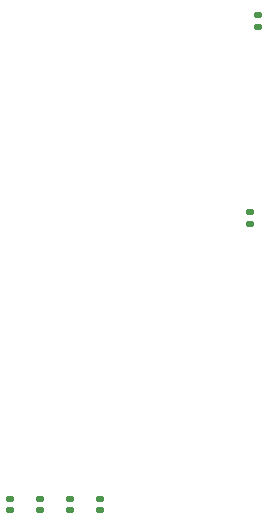
<source format=gbr>
%TF.GenerationSoftware,KiCad,Pcbnew,9.0.4*%
%TF.CreationDate,2025-08-21T19:51:14+03:00*%
%TF.ProjectId,homepost,686f6d65-706f-4737-942e-6b696361645f,rev?*%
%TF.SameCoordinates,Original*%
%TF.FileFunction,Paste,Top*%
%TF.FilePolarity,Positive*%
%FSLAX46Y46*%
G04 Gerber Fmt 4.6, Leading zero omitted, Abs format (unit mm)*
G04 Created by KiCad (PCBNEW 9.0.4) date 2025-08-21 19:51:14*
%MOMM*%
%LPD*%
G01*
G04 APERTURE LIST*
G04 Aperture macros list*
%AMRoundRect*
0 Rectangle with rounded corners*
0 $1 Rounding radius*
0 $2 $3 $4 $5 $6 $7 $8 $9 X,Y pos of 4 corners*
0 Add a 4 corners polygon primitive as box body*
4,1,4,$2,$3,$4,$5,$6,$7,$8,$9,$2,$3,0*
0 Add four circle primitives for the rounded corners*
1,1,$1+$1,$2,$3*
1,1,$1+$1,$4,$5*
1,1,$1+$1,$6,$7*
1,1,$1+$1,$8,$9*
0 Add four rect primitives between the rounded corners*
20,1,$1+$1,$2,$3,$4,$5,0*
20,1,$1+$1,$4,$5,$6,$7,0*
20,1,$1+$1,$6,$7,$8,$9,0*
20,1,$1+$1,$8,$9,$2,$3,0*%
G04 Aperture macros list end*
%ADD10RoundRect,0.140000X-0.170000X0.140000X-0.170000X-0.140000X0.170000X-0.140000X0.170000X0.140000X0*%
%ADD11RoundRect,0.135000X-0.185000X0.135000X-0.185000X-0.135000X0.185000X-0.135000X0.185000X0.135000X0*%
%ADD12RoundRect,0.135000X0.185000X-0.135000X0.185000X0.135000X-0.185000X0.135000X-0.185000X-0.135000X0*%
G04 APERTURE END LIST*
D10*
%TO.C,C4*%
X108585000Y-126040000D03*
X108585000Y-127000000D03*
%TD*%
%TO.C,C1*%
X116205000Y-126040000D03*
X116205000Y-127000000D03*
%TD*%
D11*
%TO.C,R4*%
X129540000Y-85090000D03*
X129540000Y-86110000D03*
%TD*%
D12*
%TO.C,R3*%
X128905000Y-102745000D03*
X128905000Y-101725000D03*
%TD*%
D10*
%TO.C,C3*%
X111125000Y-126040000D03*
X111125000Y-127000000D03*
%TD*%
%TO.C,C2*%
X113665000Y-126040000D03*
X113665000Y-127000000D03*
%TD*%
M02*

</source>
